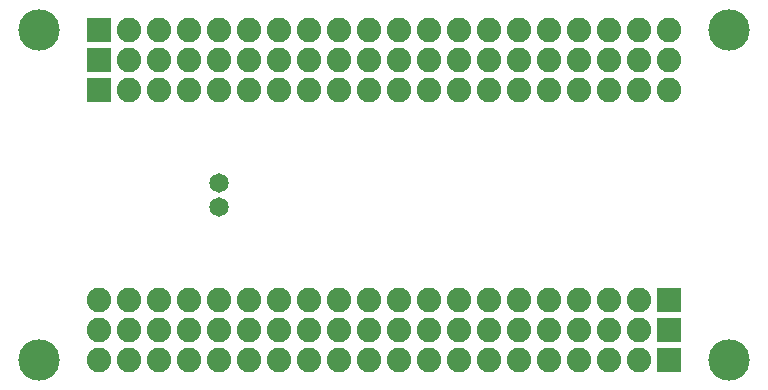
<source format=gbs>
G75*
%MOIN*%
%OFA0B0*%
%FSLAX24Y24*%
%IPPOS*%
%LPD*%
%AMOC8*
5,1,8,0,0,1.08239X$1,22.5*
%
%ADD10R,0.0820X0.0820*%
%ADD11C,0.0820*%
%ADD12C,0.1380*%
%ADD13C,0.0650*%
D10*
X022640Y004515D03*
X022640Y005515D03*
X022640Y006515D03*
X003640Y013515D03*
X003640Y014515D03*
X003640Y015515D03*
D11*
X004640Y015515D03*
X005640Y015515D03*
X006640Y015515D03*
X007640Y015515D03*
X008640Y015515D03*
X009640Y015515D03*
X010640Y015515D03*
X011640Y015515D03*
X012640Y015515D03*
X013640Y015515D03*
X014640Y015515D03*
X015640Y015515D03*
X016640Y015515D03*
X017640Y015515D03*
X018640Y015515D03*
X019640Y015515D03*
X020640Y015515D03*
X021640Y015515D03*
X022640Y015515D03*
X022640Y014515D03*
X021640Y014515D03*
X020640Y014515D03*
X019640Y014515D03*
X018640Y014515D03*
X017640Y014515D03*
X016640Y014515D03*
X015640Y014515D03*
X014640Y014515D03*
X013640Y014515D03*
X012640Y014515D03*
X011640Y014515D03*
X010640Y014515D03*
X009640Y014515D03*
X008640Y014515D03*
X007640Y014515D03*
X006640Y014515D03*
X005640Y014515D03*
X004640Y014515D03*
X004640Y013515D03*
X005640Y013515D03*
X006640Y013515D03*
X007640Y013515D03*
X008640Y013515D03*
X009640Y013515D03*
X010640Y013515D03*
X011640Y013515D03*
X012640Y013515D03*
X013640Y013515D03*
X014640Y013515D03*
X015640Y013515D03*
X016640Y013515D03*
X017640Y013515D03*
X018640Y013515D03*
X019640Y013515D03*
X020640Y013515D03*
X021640Y013515D03*
X022640Y013515D03*
X021640Y006515D03*
X020640Y006515D03*
X019640Y006515D03*
X018640Y006515D03*
X017640Y006515D03*
X016640Y006515D03*
X015640Y006515D03*
X014640Y006515D03*
X013640Y006515D03*
X012640Y006515D03*
X011640Y006515D03*
X010640Y006515D03*
X009640Y006515D03*
X008640Y006515D03*
X007640Y006515D03*
X006640Y006515D03*
X005640Y006515D03*
X004640Y006515D03*
X003640Y006515D03*
X003640Y005515D03*
X004640Y005515D03*
X005640Y005515D03*
X006640Y005515D03*
X007640Y005515D03*
X008640Y005515D03*
X009640Y005515D03*
X010640Y005515D03*
X011640Y005515D03*
X012640Y005515D03*
X013640Y005515D03*
X014640Y005515D03*
X015640Y005515D03*
X016640Y005515D03*
X017640Y005515D03*
X018640Y005515D03*
X019640Y005515D03*
X020640Y005515D03*
X021640Y005515D03*
X021640Y004515D03*
X020640Y004515D03*
X019640Y004515D03*
X018640Y004515D03*
X017640Y004515D03*
X016640Y004515D03*
X015640Y004515D03*
X014640Y004515D03*
X013640Y004515D03*
X012640Y004515D03*
X011640Y004515D03*
X010640Y004515D03*
X009640Y004515D03*
X008640Y004515D03*
X007640Y004515D03*
X006640Y004515D03*
X005640Y004515D03*
X004640Y004515D03*
X003640Y004515D03*
D12*
X001640Y004515D03*
X024640Y004515D03*
X024640Y015515D03*
X001640Y015515D03*
D13*
X007640Y010409D03*
X007640Y009621D03*
M02*

</source>
